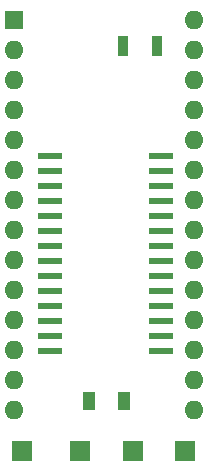
<source format=gbr>
%TF.GenerationSoftware,KiCad,Pcbnew,(5.1.9)-1*%
%TF.CreationDate,2021-09-03T13:00:37+02:00*%
%TF.ProjectId,ZX81 Intern 32K,5a583831-2049-46e7-9465-726e2033324b,rev?*%
%TF.SameCoordinates,Original*%
%TF.FileFunction,Soldermask,Top*%
%TF.FilePolarity,Negative*%
%FSLAX46Y46*%
G04 Gerber Fmt 4.6, Leading zero omitted, Abs format (unit mm)*
G04 Created by KiCad (PCBNEW (5.1.9)-1) date 2021-09-03 13:00:37*
%MOMM*%
%LPD*%
G01*
G04 APERTURE LIST*
%ADD10R,1.700000X1.700000*%
%ADD11R,1.600000X1.600000*%
%ADD12O,1.600000X1.600000*%
%ADD13R,1.000000X1.600000*%
%ADD14R,0.900000X1.700000*%
%ADD15R,2.000000X0.600000*%
G04 APERTURE END LIST*
D10*
%TO.C,J3*%
X116320000Y-108052000D03*
%TD*%
D11*
%TO.C,REF\u002A\u002A*%
X110795000Y-71602600D03*
D12*
X126035000Y-104622600D03*
X110795000Y-74142600D03*
X126035000Y-102082600D03*
X110795000Y-76682600D03*
X126035000Y-99542600D03*
X110795000Y-79222600D03*
X126035000Y-97002600D03*
X110795000Y-81762600D03*
X126035000Y-94462600D03*
X110795000Y-84302600D03*
X126035000Y-91922600D03*
X110795000Y-86842600D03*
X126035000Y-89382600D03*
X110795000Y-89382600D03*
X126035000Y-86842600D03*
X110795000Y-91922600D03*
X126035000Y-84302600D03*
X110795000Y-94462600D03*
X126035000Y-81762600D03*
X110795000Y-97002600D03*
X126035000Y-79222600D03*
X110795000Y-99542600D03*
X126035000Y-76682600D03*
X110795000Y-102082600D03*
X126035000Y-74142600D03*
X110795000Y-104622600D03*
X126035000Y-71602600D03*
%TD*%
D13*
%TO.C,C1*%
X120093000Y-103810000D03*
X117093000Y-103810000D03*
%TD*%
D10*
%TO.C,J1*%
X125200000Y-108052000D03*
%TD*%
%TO.C,J2*%
X120870000Y-108052000D03*
%TD*%
%TO.C,J4*%
X111450000Y-108052000D03*
%TD*%
D14*
%TO.C,R1*%
X122887000Y-73761600D03*
X119987000Y-73761600D03*
%TD*%
D15*
%TO.C,U1*%
X123191000Y-83108800D03*
X123191000Y-84378800D03*
X123191000Y-85648800D03*
X123191000Y-86918800D03*
X123191000Y-88188800D03*
X123191000Y-89458800D03*
X123191000Y-90728800D03*
X123191000Y-91998800D03*
X123191000Y-93268800D03*
X123191000Y-94538800D03*
X123191000Y-95808800D03*
X123191000Y-97078800D03*
X123191000Y-98348800D03*
X123191000Y-99618800D03*
X113791000Y-99618800D03*
X113791000Y-98348800D03*
X113791000Y-97078800D03*
X113791000Y-95808800D03*
X113791000Y-94538800D03*
X113791000Y-93268800D03*
X113791000Y-91998800D03*
X113791000Y-90728800D03*
X113791000Y-89458800D03*
X113791000Y-88188800D03*
X113791000Y-86918800D03*
X113791000Y-85648800D03*
X113791000Y-84378800D03*
X113791000Y-83108800D03*
%TD*%
M02*

</source>
